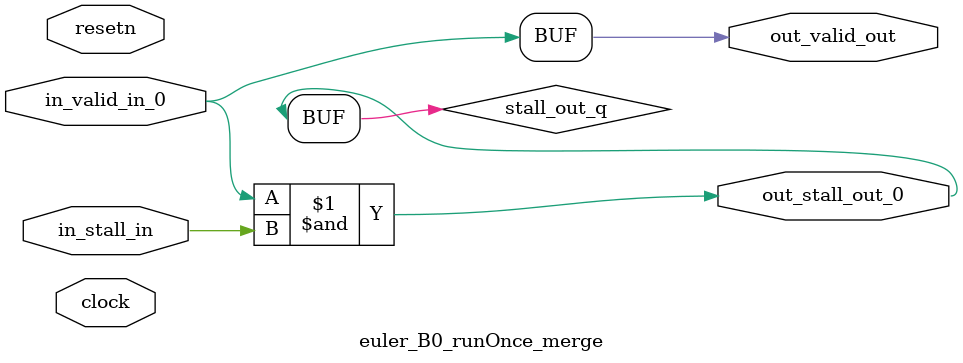
<source format=sv>



(* altera_attribute = "-name AUTO_SHIFT_REGISTER_RECOGNITION OFF; -name MESSAGE_DISABLE 10036; -name MESSAGE_DISABLE 10037; -name MESSAGE_DISABLE 14130; -name MESSAGE_DISABLE 14320; -name MESSAGE_DISABLE 15400; -name MESSAGE_DISABLE 14130; -name MESSAGE_DISABLE 10036; -name MESSAGE_DISABLE 12020; -name MESSAGE_DISABLE 12030; -name MESSAGE_DISABLE 12010; -name MESSAGE_DISABLE 12110; -name MESSAGE_DISABLE 14320; -name MESSAGE_DISABLE 13410; -name MESSAGE_DISABLE 113007; -name MESSAGE_DISABLE 10958" *)
module euler_B0_runOnce_merge (
    input wire [0:0] in_stall_in,
    input wire [0:0] in_valid_in_0,
    output wire [0:0] out_stall_out_0,
    output wire [0:0] out_valid_out,
    input wire clock,
    input wire resetn
    );

    wire [0:0] stall_out_q;


    // stall_out(LOGICAL,6)
    assign stall_out_q = in_valid_in_0 & in_stall_in;

    // out_stall_out_0(GPOUT,4)
    assign out_stall_out_0 = stall_out_q;

    // out_valid_out(GPOUT,5)
    assign out_valid_out = in_valid_in_0;

endmodule

</source>
